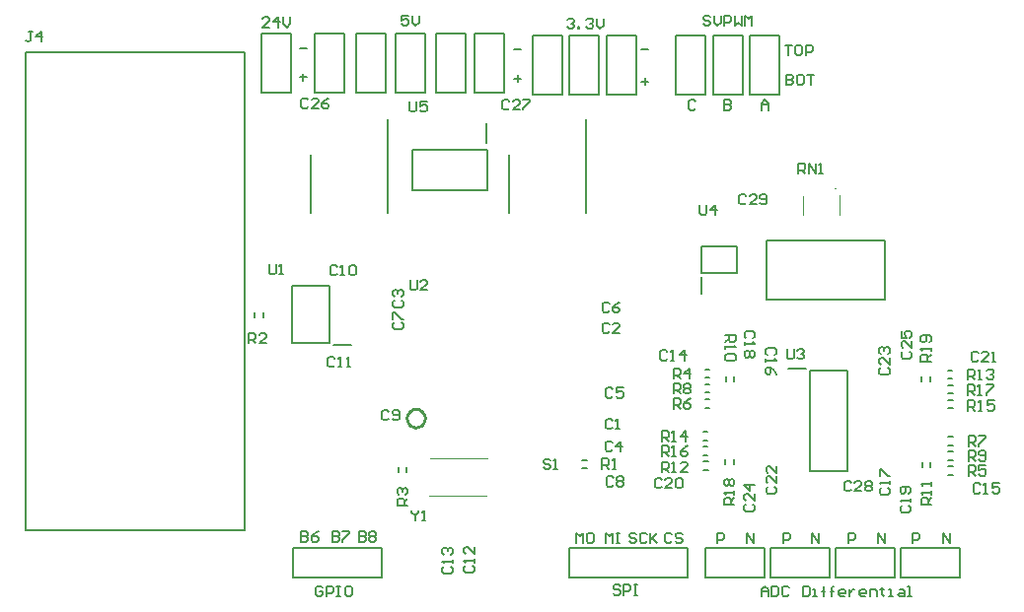
<source format=gto>
G04*
G04 #@! TF.GenerationSoftware,Altium Limited,Altium Designer,20.1.11 (218)*
G04*
G04 Layer_Color=65535*
%FSLAX25Y25*%
%MOIN*%
G70*
G04*
G04 #@! TF.SameCoordinates,2A16CBDB-C64F-4E12-ACEB-A9EF2D748E26*
G04*
G04*
G04 #@! TF.FilePolarity,Positive*
G04*
G01*
G75*
%ADD10C,0.01000*%
%ADD11C,0.00394*%
%ADD12C,0.00600*%
%ADD13C,0.00787*%
%ADD14C,0.00700*%
D10*
X237650Y157500D02*
X237495Y158473D01*
X237048Y159351D01*
X236351Y160048D01*
X235473Y160495D01*
X234500Y160650D01*
X233527Y160495D01*
X232649Y160048D01*
X231952Y159351D01*
X231505Y158473D01*
X231350Y157500D01*
X231505Y156527D01*
X231952Y155649D01*
X232649Y154952D01*
X233527Y154505D01*
X234500Y154350D01*
X235473Y154505D01*
X236351Y154952D01*
X237048Y155649D01*
X237495Y156527D01*
X237650Y157500D01*
D11*
X376421Y235209D02*
X376028D01*
X376421D01*
X239087Y131201D02*
X258378D01*
X239480Y143799D02*
X258772D01*
X377799Y226350D02*
Y232846D01*
X365201Y226153D02*
Y232650D01*
D12*
X102591Y119574D02*
X176791D01*
X102591D02*
Y281174D01*
X176791D01*
Y119574D02*
Y281174D01*
D13*
X258795Y234610D02*
Y248390D01*
X233205Y234610D02*
X258795D01*
X233205D02*
Y248390D01*
X258795D01*
X258303Y250457D02*
Y257347D01*
X331095Y199583D02*
Y205095D01*
Y206472D02*
X342905D01*
Y215528D01*
X331095D02*
X342905D01*
X331095Y206472D02*
Y215528D01*
X360319Y174158D02*
X366323D01*
X367701Y139472D02*
Y173528D01*
Y139472D02*
X380299D01*
Y173528D01*
X367701D02*
X380299D01*
X206677Y182343D02*
X212681D01*
X205299Y182854D02*
Y202146D01*
X192701D02*
X205299D01*
X192701Y182854D02*
Y202146D01*
Y182854D02*
X205299D01*
X408201Y169981D02*
Y171555D01*
X405445Y169981D02*
Y171555D01*
X339122Y142060D02*
Y143635D01*
X341878Y142060D02*
Y143635D01*
X414265Y165938D02*
X415840D01*
X414265Y168694D02*
X415840D01*
X331595Y147796D02*
X333169D01*
X331595Y145040D02*
X333169D01*
X414265Y160938D02*
X415840D01*
X414265Y163694D02*
X415840D01*
X331591Y152831D02*
X333166D01*
X331591Y150075D02*
X333166D01*
X414247Y170936D02*
X415822D01*
X414247Y173692D02*
X415822D01*
X331615Y142757D02*
X333190D01*
X331615Y140001D02*
X333190D01*
X405575Y140922D02*
Y142497D01*
X408331Y140922D02*
Y142497D01*
X342026Y170004D02*
Y171579D01*
X339270Y170004D02*
Y171579D01*
X414459Y143391D02*
X416034D01*
X414459Y146147D02*
X416034D01*
X332213Y168878D02*
X333787D01*
X332213Y166122D02*
X333787D01*
X414459Y148391D02*
X416034D01*
X414459Y151147D02*
X416034D01*
X332213Y163800D02*
X333787D01*
X332213Y161044D02*
X333787D01*
X414459Y138391D02*
X416034D01*
X414459Y141147D02*
X416034D01*
X332221Y173886D02*
X333796D01*
X332221Y171130D02*
X333796D01*
X228622Y139213D02*
Y140787D01*
X231378Y139213D02*
Y140787D01*
X182878Y191713D02*
Y193287D01*
X180122Y191713D02*
Y193287D01*
X290713Y140622D02*
X292287D01*
X290713Y143378D02*
X292287D01*
X254500Y267500D02*
Y287500D01*
Y267500D02*
X264500D01*
Y287500D01*
X254500D02*
X264500D01*
X241245Y267630D02*
Y287630D01*
Y267630D02*
X251245D01*
Y287630D01*
X241245D02*
X251245D01*
X299000Y267000D02*
Y287000D01*
Y267000D02*
X309000D01*
Y287000D01*
X299000D02*
X309000D01*
X227617Y267630D02*
Y287630D01*
Y267630D02*
X237617D01*
Y287630D01*
X227617D02*
X237617D01*
X286500Y267000D02*
Y287000D01*
Y267000D02*
X296500D01*
Y287000D01*
X286500D02*
X296500D01*
X214274Y267630D02*
Y287630D01*
Y267630D02*
X224273D01*
Y287630D01*
X214274D02*
X224273D01*
X182500Y267500D02*
Y287500D01*
Y267500D02*
X192500D01*
Y287500D01*
X182500D02*
X192500D01*
X274000Y267000D02*
Y287000D01*
Y267000D02*
X284000D01*
Y287000D01*
X274000D02*
X284000D01*
X200500Y267630D02*
Y287630D01*
Y267630D02*
X210500D01*
Y287630D01*
X200500D02*
X210500D01*
X322397Y267000D02*
Y287000D01*
Y267000D02*
X332397D01*
Y287000D01*
X322397D02*
X332397D01*
X334838Y267000D02*
Y287000D01*
Y267000D02*
X344838D01*
Y287000D01*
X334838D02*
X344838D01*
X347278Y267000D02*
Y287000D01*
Y267000D02*
X357278D01*
Y287000D01*
X347278D02*
X357278D01*
X193000Y103500D02*
Y113500D01*
X223000D01*
Y103500D02*
Y113500D01*
X193000Y103500D02*
X223000D01*
X398500Y113500D02*
X418500D01*
X398500Y103500D02*
Y113500D01*
Y103500D02*
X418500D01*
Y113500D01*
X326500Y103500D02*
Y113500D01*
X286500Y103500D02*
X326500D01*
X286500Y113500D02*
X326500D01*
X286500Y103500D02*
Y113500D01*
X376500D02*
X396500D01*
X376500Y103500D02*
Y113500D01*
Y103500D02*
X396500D01*
Y113500D01*
X354500D02*
X374500D01*
X354500Y103500D02*
Y113500D01*
Y103500D02*
X374500D01*
Y113500D01*
X332431D02*
X352431D01*
X332431Y103500D02*
Y113500D01*
Y103500D02*
X352431D01*
Y113500D01*
X393000Y197500D02*
Y217500D01*
X353000D02*
X393000D01*
X353000Y197500D02*
Y217500D01*
Y197500D02*
X393000D01*
X291992Y227008D02*
Y258504D01*
X266008Y227008D02*
Y246496D01*
X224992Y227008D02*
Y258504D01*
X199008Y227008D02*
Y246496D01*
D14*
X288700Y115200D02*
Y118699D01*
X289866Y117533D01*
X291033Y118699D01*
Y115200D01*
X293948Y118699D02*
X292782D01*
X292199Y118116D01*
Y115783D01*
X292782Y115200D01*
X293948D01*
X294531Y115783D01*
Y118116D01*
X293948Y118699D01*
X298700Y115200D02*
Y118699D01*
X299866Y117533D01*
X301033Y118699D01*
Y115200D01*
X302199Y118699D02*
X303365D01*
X302782D01*
Y115200D01*
X302199D01*
X303365D01*
X309033Y118116D02*
X308449Y118699D01*
X307283D01*
X306700Y118116D01*
Y117533D01*
X307283Y116949D01*
X308449D01*
X309033Y116366D01*
Y115783D01*
X308449Y115200D01*
X307283D01*
X306700Y115783D01*
X312531Y118116D02*
X311948Y118699D01*
X310782D01*
X310199Y118116D01*
Y115783D01*
X310782Y115200D01*
X311948D01*
X312531Y115783D01*
X313698Y118699D02*
Y115200D01*
Y116366D01*
X316030Y118699D01*
X314281Y116949D01*
X316030Y115200D01*
X321033Y118116D02*
X320449Y118699D01*
X319283D01*
X318700Y118116D01*
Y115783D01*
X319283Y115200D01*
X320449D01*
X321033Y115783D01*
X324531Y118116D02*
X323948Y118699D01*
X322782D01*
X322199Y118116D01*
Y117533D01*
X322782Y116949D01*
X323948D01*
X324531Y116366D01*
Y115783D01*
X323948Y115200D01*
X322782D01*
X322199Y115783D01*
X215200Y119199D02*
Y115700D01*
X216949D01*
X217533Y116283D01*
Y116866D01*
X216949Y117449D01*
X215200D01*
X216949D01*
X217533Y118033D01*
Y118616D01*
X216949Y119199D01*
X215200D01*
X218699Y118616D02*
X219282Y119199D01*
X220448D01*
X221031Y118616D01*
Y118033D01*
X220448Y117449D01*
X221031Y116866D01*
Y116283D01*
X220448Y115700D01*
X219282D01*
X218699Y116283D01*
Y116866D01*
X219282Y117449D01*
X218699Y118033D01*
Y118616D01*
X219282Y117449D02*
X220448D01*
X206200Y119199D02*
Y115700D01*
X207949D01*
X208533Y116283D01*
Y116866D01*
X207949Y117449D01*
X206200D01*
X207949D01*
X208533Y118033D01*
Y118616D01*
X207949Y119199D01*
X206200D01*
X209699D02*
X212031D01*
Y118616D01*
X209699Y116283D01*
Y115700D01*
X195700Y119199D02*
Y115700D01*
X197449D01*
X198033Y116283D01*
Y116866D01*
X197449Y117449D01*
X195700D01*
X197449D01*
X198033Y118033D01*
Y118616D01*
X197449Y119199D01*
X195700D01*
X201531D02*
X200365Y118616D01*
X199199Y117449D01*
Y116283D01*
X199782Y115700D01*
X200948D01*
X201531Y116283D01*
Y116866D01*
X200948Y117449D01*
X199199D01*
X334033Y293116D02*
X333449Y293699D01*
X332283D01*
X331700Y293116D01*
Y292533D01*
X332283Y291949D01*
X333449D01*
X334033Y291366D01*
Y290783D01*
X333449Y290200D01*
X332283D01*
X331700Y290783D01*
X335199Y293699D02*
Y291366D01*
X336365Y290200D01*
X337531Y291366D01*
Y293699D01*
X338698Y290200D02*
Y293699D01*
X340447D01*
X341030Y293116D01*
Y291949D01*
X340447Y291366D01*
X338698D01*
X342197Y293699D02*
Y290200D01*
X343363Y291366D01*
X344529Y290200D01*
Y293699D01*
X345695Y290200D02*
Y293699D01*
X346862Y292533D01*
X348028Y293699D01*
Y290200D01*
X329033Y264616D02*
X328449Y265199D01*
X327283D01*
X326700Y264616D01*
Y262283D01*
X327283Y261700D01*
X328449D01*
X329033Y262283D01*
X338700Y265199D02*
Y261700D01*
X340449D01*
X341033Y262283D01*
Y262866D01*
X340449Y263449D01*
X338700D01*
X340449D01*
X341033Y264033D01*
Y264616D01*
X340449Y265199D01*
X338700D01*
X351200Y261700D02*
Y264033D01*
X352366Y265199D01*
X353533Y264033D01*
Y261700D01*
Y263449D01*
X351200D01*
X359700Y273699D02*
Y270200D01*
X361449D01*
X362033Y270783D01*
Y271366D01*
X361449Y271949D01*
X359700D01*
X361449D01*
X362033Y272533D01*
Y273116D01*
X361449Y273699D01*
X359700D01*
X364948D02*
X363782D01*
X363199Y273116D01*
Y270783D01*
X363782Y270200D01*
X364948D01*
X365531Y270783D01*
Y273116D01*
X364948Y273699D01*
X366698D02*
X369030D01*
X367864D01*
Y270200D01*
X359200Y283699D02*
X361533D01*
X360366D01*
Y280200D01*
X364448Y283699D02*
X363282D01*
X362699Y283116D01*
Y280783D01*
X363282Y280200D01*
X364448D01*
X365031Y280783D01*
Y283116D01*
X364448Y283699D01*
X366198Y280200D02*
Y283699D01*
X367947D01*
X368530Y283116D01*
Y281949D01*
X367947Y281366D01*
X366198D01*
X285700Y292116D02*
X286283Y292699D01*
X287449D01*
X288033Y292116D01*
Y291533D01*
X287449Y290949D01*
X286866D01*
X287449D01*
X288033Y290366D01*
Y289783D01*
X287449Y289200D01*
X286283D01*
X285700Y289783D01*
X289199Y289200D02*
Y289783D01*
X289782D01*
Y289200D01*
X289199D01*
X292115Y292116D02*
X292698Y292699D01*
X293864D01*
X294447Y292116D01*
Y291533D01*
X293864Y290949D01*
X293281D01*
X293864D01*
X294447Y290366D01*
Y289783D01*
X293864Y289200D01*
X292698D01*
X292115Y289783D01*
X295614Y292699D02*
Y290366D01*
X296780Y289200D01*
X297946Y290366D01*
Y292699D01*
X232033Y293699D02*
X229700D01*
Y291949D01*
X230866Y292533D01*
X231449D01*
X232033Y291949D01*
Y290783D01*
X231449Y290200D01*
X230283D01*
X229700Y290783D01*
X233199Y293699D02*
Y291366D01*
X234365Y290200D01*
X235531Y291366D01*
Y293699D01*
X185033Y289700D02*
X182700D01*
X185033Y292033D01*
Y292616D01*
X184449Y293199D01*
X183283D01*
X182700Y292616D01*
X187948Y289700D02*
Y293199D01*
X186199Y291449D01*
X188531D01*
X189698Y293199D02*
Y290866D01*
X190864Y289700D01*
X192030Y290866D01*
Y293199D01*
X195200Y272866D02*
X197533D01*
X196366Y274033D02*
Y271700D01*
X267700Y272366D02*
X270033D01*
X268866Y273533D02*
Y271200D01*
X310700Y271366D02*
X313033D01*
X311866Y272533D02*
Y270200D01*
X195200Y282700D02*
X197533D01*
X267700Y282200D02*
X270033D01*
X310700D02*
X313033D01*
X303533Y100616D02*
X302949Y101199D01*
X301783D01*
X301200Y100616D01*
Y100033D01*
X301783Y99449D01*
X302949D01*
X303533Y98866D01*
Y98283D01*
X302949Y97700D01*
X301783D01*
X301200Y98283D01*
X304699Y97700D02*
Y101199D01*
X306448D01*
X307031Y100616D01*
Y99449D01*
X306448Y98866D01*
X304699D01*
X308198Y101199D02*
X309364D01*
X308781D01*
Y97700D01*
X308198D01*
X309364D01*
X346200Y115200D02*
Y118699D01*
X348533Y115200D01*
Y118699D01*
X368200Y115200D02*
Y118699D01*
X370533Y115200D01*
Y118699D01*
X390700Y115200D02*
Y118699D01*
X393033Y115200D01*
Y118699D01*
X412700Y115200D02*
Y118699D01*
X415033Y115200D01*
Y118699D01*
X402200Y115200D02*
Y118699D01*
X403949D01*
X404533Y118116D01*
Y116949D01*
X403949Y116366D01*
X402200D01*
X380700Y115200D02*
Y118699D01*
X382449D01*
X383033Y118116D01*
Y116949D01*
X382449Y116366D01*
X380700D01*
X358700Y115200D02*
Y118699D01*
X360449D01*
X361033Y118116D01*
Y116949D01*
X360449Y116366D01*
X358700D01*
X336200Y115200D02*
Y118699D01*
X337949D01*
X338533Y118116D01*
Y116949D01*
X337949Y116366D01*
X336200D01*
X351200Y97200D02*
Y99533D01*
X352366Y100699D01*
X353533Y99533D01*
Y97200D01*
Y98949D01*
X351200D01*
X354699Y100699D02*
Y97200D01*
X356448D01*
X357031Y97783D01*
Y100116D01*
X356448Y100699D01*
X354699D01*
X360530Y100116D02*
X359947Y100699D01*
X358781D01*
X358198Y100116D01*
Y97783D01*
X358781Y97200D01*
X359947D01*
X360530Y97783D01*
X365195Y100699D02*
Y97200D01*
X366945D01*
X367528Y97783D01*
Y100116D01*
X366945Y100699D01*
X365195D01*
X368694Y97200D02*
X369861D01*
X369278D01*
Y99533D01*
X368694D01*
X372193Y97200D02*
Y100116D01*
Y98949D01*
X371610D01*
X372776D01*
X372193D01*
Y100116D01*
X372776Y100699D01*
X375109Y97200D02*
Y100116D01*
Y98949D01*
X374526D01*
X375692D01*
X375109D01*
Y100116D01*
X375692Y100699D01*
X379191Y97200D02*
X378025D01*
X377442Y97783D01*
Y98949D01*
X378025Y99533D01*
X379191D01*
X379774Y98949D01*
Y98366D01*
X377442D01*
X380940Y99533D02*
Y97200D01*
Y98366D01*
X381523Y98949D01*
X382107Y99533D01*
X382690D01*
X386189Y97200D02*
X385022D01*
X384439Y97783D01*
Y98949D01*
X385022Y99533D01*
X386189D01*
X386772Y98949D01*
Y98366D01*
X384439D01*
X387938Y97200D02*
Y99533D01*
X389688D01*
X390271Y98949D01*
Y97200D01*
X392020Y100116D02*
Y99533D01*
X391437D01*
X392603D01*
X392020D01*
Y97783D01*
X392603Y97200D01*
X394353D02*
X395519D01*
X394936D01*
Y99533D01*
X394353D01*
X397852D02*
X399018D01*
X399601Y98949D01*
Y97200D01*
X397852D01*
X397268Y97783D01*
X397852Y98366D01*
X399601D01*
X400767Y97200D02*
X401934D01*
X401350D01*
Y100699D01*
X400767D01*
X203033Y100116D02*
X202449Y100699D01*
X201283D01*
X200700Y100116D01*
Y97783D01*
X201283Y97200D01*
X202449D01*
X203033Y97783D01*
Y98949D01*
X201866D01*
X204199Y97200D02*
Y100699D01*
X205948D01*
X206531Y100116D01*
Y98949D01*
X205948Y98366D01*
X204199D01*
X207698Y100699D02*
X208864D01*
X208281D01*
Y97200D01*
X207698D01*
X208864D01*
X212363Y100699D02*
X211197D01*
X210613Y100116D01*
Y97783D01*
X211197Y97200D01*
X212363D01*
X212946Y97783D01*
Y100116D01*
X212363Y100699D01*
X233167Y126249D02*
Y125666D01*
X234334Y124500D01*
X235500Y125666D01*
Y126249D01*
X234334Y124500D02*
Y122751D01*
X236666D02*
X237833D01*
X237249D01*
Y126249D01*
X236666Y125666D01*
X317626Y139251D02*
Y142749D01*
X319376D01*
X319959Y142166D01*
Y141000D01*
X319376Y140417D01*
X317626D01*
X318793D02*
X319959Y139251D01*
X321125D02*
X322292D01*
X321708D01*
Y142749D01*
X321125Y142166D01*
X326374Y139251D02*
X324041D01*
X326374Y141583D01*
Y142166D01*
X325790Y142749D01*
X324624D01*
X324041Y142166D01*
X408749Y128210D02*
X405251D01*
Y129959D01*
X405834Y130542D01*
X407000D01*
X407583Y129959D01*
Y128210D01*
Y129376D02*
X408749Y130542D01*
Y131708D02*
Y132875D01*
Y132292D01*
X405251D01*
X405834Y131708D01*
X408749Y134624D02*
Y135791D01*
Y135207D01*
X405251D01*
X405834Y134624D01*
X399098Y180056D02*
X398515Y179473D01*
Y178307D01*
X399098Y177724D01*
X401430D01*
X402013Y178307D01*
Y179473D01*
X401430Y180056D01*
X402013Y183555D02*
Y181223D01*
X399681Y183555D01*
X399098D01*
X398515Y182972D01*
Y181806D01*
X399098Y181223D01*
X398515Y187054D02*
Y184722D01*
X400264D01*
X399681Y185888D01*
Y186471D01*
X400264Y187054D01*
X401430D01*
X402013Y186471D01*
Y185305D01*
X401430Y184722D01*
X346054Y128357D02*
X345470Y127774D01*
Y126607D01*
X346054Y126024D01*
X348386D01*
X348969Y126607D01*
Y127774D01*
X348386Y128357D01*
X348969Y131856D02*
Y129523D01*
X346637Y131856D01*
X346054D01*
X345470Y131272D01*
Y130106D01*
X346054Y129523D01*
X348969Y134771D02*
X345470D01*
X347220Y133022D01*
Y135354D01*
X391657Y174435D02*
X391074Y173852D01*
Y172686D01*
X391657Y172103D01*
X393990D01*
X394573Y172686D01*
Y173852D01*
X393990Y174435D01*
X394573Y177934D02*
Y175602D01*
X392240Y177934D01*
X391657D01*
X391074Y177351D01*
Y176185D01*
X391657Y175602D01*
Y179101D02*
X391074Y179684D01*
Y180850D01*
X391657Y181433D01*
X392240D01*
X392824Y180850D01*
Y180267D01*
Y180850D01*
X393407Y181433D01*
X393990D01*
X394573Y180850D01*
Y179684D01*
X393990Y179101D01*
X353477Y134283D02*
X352894Y133700D01*
Y132533D01*
X353477Y131950D01*
X355810D01*
X356393Y132533D01*
Y133700D01*
X355810Y134283D01*
X356393Y137782D02*
Y135449D01*
X354060Y137782D01*
X353477D01*
X352894Y137198D01*
Y136032D01*
X353477Y135449D01*
X356393Y141280D02*
Y138948D01*
X354060Y141280D01*
X353477D01*
X352894Y140697D01*
Y139531D01*
X353477Y138948D01*
X317667Y136666D02*
X317084Y137249D01*
X315918D01*
X315335Y136666D01*
Y134334D01*
X315918Y133751D01*
X317084D01*
X317667Y134334D01*
X321166Y133751D02*
X318834D01*
X321166Y136083D01*
Y136666D01*
X320583Y137249D01*
X319417D01*
X318834Y136666D01*
X322333D02*
X322916Y137249D01*
X324082D01*
X324665Y136666D01*
Y134334D01*
X324082Y133751D01*
X322916D01*
X322333Y134334D01*
Y136666D01*
X299917Y189166D02*
X299334Y189749D01*
X298167D01*
X297584Y189166D01*
Y186834D01*
X298167Y186251D01*
X299334D01*
X299917Y186834D01*
X303416Y186251D02*
X301083D01*
X303416Y188583D01*
Y189166D01*
X302833Y189749D01*
X301666D01*
X301083Y189166D01*
X104931Y288271D02*
X103764D01*
X104348D01*
Y285355D01*
X103764Y284772D01*
X103181D01*
X102598Y285355D01*
X107846Y284772D02*
Y288271D01*
X106097Y286522D01*
X108430D01*
X280000Y143166D02*
X279417Y143749D01*
X278251D01*
X277667Y143166D01*
Y142583D01*
X278251Y142000D01*
X279417D01*
X280000Y141417D01*
Y140834D01*
X279417Y140251D01*
X278251D01*
X277667Y140834D01*
X281166Y140251D02*
X282333D01*
X281749D01*
Y143749D01*
X281166Y143166D01*
X232584Y204249D02*
Y201334D01*
X233167Y200751D01*
X234334D01*
X234917Y201334D01*
Y204249D01*
X238416Y200751D02*
X236083D01*
X238416Y203083D01*
Y203666D01*
X237833Y204249D01*
X236666D01*
X236083Y203666D01*
X363775Y240247D02*
Y243745D01*
X365524D01*
X366107Y243162D01*
Y241996D01*
X365524Y241413D01*
X363775D01*
X364941D02*
X366107Y240247D01*
X367274D02*
Y243745D01*
X369606Y240247D01*
Y243745D01*
X370773Y240247D02*
X371939D01*
X371356D01*
Y243745D01*
X370773Y243162D01*
X297485Y140254D02*
Y143753D01*
X299235D01*
X299818Y143170D01*
Y142003D01*
X299235Y141420D01*
X297485D01*
X298652D02*
X299818Y140254D01*
X300984D02*
X302151D01*
X301568D01*
Y143753D01*
X300984Y143170D01*
X266167Y264666D02*
X265584Y265249D01*
X264418D01*
X263835Y264666D01*
Y262334D01*
X264418Y261751D01*
X265584D01*
X266167Y262334D01*
X269666Y261751D02*
X267334D01*
X269666Y264083D01*
Y264666D01*
X269083Y265249D01*
X267917D01*
X267334Y264666D01*
X270833Y265249D02*
X273165D01*
Y264666D01*
X270833Y262334D01*
Y261751D01*
X198167Y265166D02*
X197584Y265749D01*
X196418D01*
X195835Y265166D01*
Y262834D01*
X196418Y262251D01*
X197584D01*
X198167Y262834D01*
X201666Y262251D02*
X199334D01*
X201666Y264583D01*
Y265166D01*
X201083Y265749D01*
X199917D01*
X199334Y265166D01*
X205165Y265749D02*
X203999Y265166D01*
X202833Y264000D01*
Y262834D01*
X203416Y262251D01*
X204582D01*
X205165Y262834D01*
Y263417D01*
X204582Y264000D01*
X202833D01*
X227334Y189917D02*
X226751Y189334D01*
Y188167D01*
X227334Y187584D01*
X229666D01*
X230249Y188167D01*
Y189334D01*
X229666Y189917D01*
X226751Y191083D02*
Y193416D01*
X227334D01*
X229666Y191083D01*
X230249D01*
X225417Y159713D02*
X224834Y160297D01*
X223667D01*
X223084Y159713D01*
Y157381D01*
X223667Y156798D01*
X224834D01*
X225417Y157381D01*
X226583D02*
X227166Y156798D01*
X228333D01*
X228916Y157381D01*
Y159713D01*
X228333Y160297D01*
X227166D01*
X226583Y159713D01*
Y159130D01*
X227166Y158547D01*
X228916D01*
X301207Y137268D02*
X300624Y137851D01*
X299458D01*
X298875Y137268D01*
Y134935D01*
X299458Y134352D01*
X300624D01*
X301207Y134935D01*
X302374Y137268D02*
X302957Y137851D01*
X304123D01*
X304706Y137268D01*
Y136685D01*
X304123Y136102D01*
X304706Y135519D01*
Y134935D01*
X304123Y134352D01*
X302957D01*
X302374Y134935D01*
Y135519D01*
X302957Y136102D01*
X302374Y136685D01*
Y137268D01*
X302957Y136102D02*
X304123D01*
X251334Y107506D02*
X250751Y106923D01*
Y105757D01*
X251334Y105174D01*
X253666D01*
X254249Y105757D01*
Y106923D01*
X253666Y107506D01*
X254249Y108672D02*
Y109839D01*
Y109256D01*
X250751D01*
X251334Y108672D01*
X254249Y113921D02*
Y111588D01*
X251917Y113921D01*
X251334D01*
X250751Y113338D01*
Y112171D01*
X251334Y111588D01*
X244080Y107331D02*
X243497Y106748D01*
Y105582D01*
X244080Y104999D01*
X246413D01*
X246996Y105582D01*
Y106748D01*
X246413Y107331D01*
X246996Y108498D02*
Y109664D01*
Y109081D01*
X243497D01*
X244080Y108498D01*
Y111413D02*
X243497Y111996D01*
Y113163D01*
X244080Y113746D01*
X244663D01*
X245247Y113163D01*
Y112580D01*
Y113163D01*
X245830Y113746D01*
X246413D01*
X246996Y113163D01*
Y111996D01*
X246413Y111413D01*
X300870Y149166D02*
X300287Y149749D01*
X299120D01*
X298537Y149166D01*
Y146834D01*
X299120Y146251D01*
X300287D01*
X300870Y146834D01*
X303785Y146251D02*
Y149749D01*
X302036Y148000D01*
X304368D01*
X301000Y156666D02*
X300417Y157249D01*
X299251D01*
X298667Y156666D01*
Y154334D01*
X299251Y153751D01*
X300417D01*
X301000Y154334D01*
X302166Y153751D02*
X303333D01*
X302749D01*
Y157249D01*
X302166Y156666D01*
X227334Y197417D02*
X226751Y196834D01*
Y195667D01*
X227334Y195084D01*
X229666D01*
X230249Y195667D01*
Y196834D01*
X229666Y197417D01*
X227334Y198583D02*
X226751Y199166D01*
Y200333D01*
X227334Y200916D01*
X227917D01*
X228500Y200333D01*
Y199749D01*
Y200333D01*
X229083Y200916D01*
X229666D01*
X230249Y200333D01*
Y199166D01*
X229666Y198583D01*
X299917Y196166D02*
X299334Y196749D01*
X298167D01*
X297584Y196166D01*
Y193834D01*
X298167Y193251D01*
X299334D01*
X299917Y193834D01*
X303416Y196749D02*
X302249Y196166D01*
X301083Y195000D01*
Y193834D01*
X301666Y193251D01*
X302833D01*
X303416Y193834D01*
Y194417D01*
X302833Y195000D01*
X301083D01*
X301011Y167259D02*
X300428Y167842D01*
X299262D01*
X298679Y167259D01*
Y164926D01*
X299262Y164343D01*
X300428D01*
X301011Y164926D01*
X304510Y167842D02*
X302178D01*
Y166092D01*
X303344Y166676D01*
X303927D01*
X304510Y166092D01*
Y164926D01*
X303927Y164343D01*
X302761D01*
X302178Y164926D01*
X231749Y128084D02*
X228251D01*
Y129834D01*
X228834Y130417D01*
X230000D01*
X230583Y129834D01*
Y128084D01*
Y129251D02*
X231749Y130417D01*
X228834Y131583D02*
X228251Y132166D01*
Y133333D01*
X228834Y133916D01*
X229417D01*
X230000Y133333D01*
Y132749D01*
Y133333D01*
X230583Y133916D01*
X231166D01*
X231749Y133333D01*
Y132166D01*
X231166Y131583D01*
X178084Y182751D02*
Y186249D01*
X179834D01*
X180417Y185666D01*
Y184500D01*
X179834Y183917D01*
X178084D01*
X179251D02*
X180417Y182751D01*
X183916D02*
X181583D01*
X183916Y185083D01*
Y185666D01*
X183333Y186249D01*
X182166D01*
X181583Y185666D01*
X207137Y177666D02*
X206554Y178249D01*
X205387D01*
X204804Y177666D01*
Y175334D01*
X205387Y174751D01*
X206554D01*
X207137Y175334D01*
X208303Y174751D02*
X209469D01*
X208886D01*
Y178249D01*
X208303Y177666D01*
X211219Y174751D02*
X212385D01*
X211802D01*
Y178249D01*
X211219Y177666D01*
X207912Y208666D02*
X207329Y209249D01*
X206162D01*
X205579Y208666D01*
Y206334D01*
X206162Y205751D01*
X207329D01*
X207912Y206334D01*
X209078Y205751D02*
X210244D01*
X209661D01*
Y209249D01*
X209078Y208666D01*
X211994D02*
X212577Y209249D01*
X213743D01*
X214326Y208666D01*
Y206334D01*
X213743Y205751D01*
X212577D01*
X211994Y206334D01*
Y208666D01*
X381667Y135666D02*
X381084Y136249D01*
X379918D01*
X379335Y135666D01*
Y133334D01*
X379918Y132751D01*
X381084D01*
X381667Y133334D01*
X385166Y132751D02*
X382834D01*
X385166Y135083D01*
Y135666D01*
X384583Y136249D01*
X383417D01*
X382834Y135666D01*
X386333D02*
X386916Y136249D01*
X388082D01*
X388665Y135666D01*
Y135083D01*
X388082Y134500D01*
X388665Y133917D01*
Y133334D01*
X388082Y132751D01*
X386916D01*
X386333Y133334D01*
Y133917D01*
X386916Y134500D01*
X386333Y135083D01*
Y135666D01*
X386916Y134500D02*
X388082D01*
X346167Y232666D02*
X345584Y233249D01*
X344418D01*
X343835Y232666D01*
Y230334D01*
X344418Y229751D01*
X345584D01*
X346167Y230334D01*
X349666Y229751D02*
X347334D01*
X349666Y232083D01*
Y232666D01*
X349083Y233249D01*
X347917D01*
X347334Y232666D01*
X350833Y230334D02*
X351416Y229751D01*
X352582D01*
X353165Y230334D01*
Y232666D01*
X352582Y233249D01*
X351416D01*
X350833Y232666D01*
Y232083D01*
X351416Y231500D01*
X353165D01*
X317626Y149598D02*
Y153097D01*
X319376D01*
X319959Y152514D01*
Y151347D01*
X319376Y150764D01*
X317626D01*
X318793D02*
X319959Y149598D01*
X321125D02*
X322292D01*
X321708D01*
Y153097D01*
X321125Y152514D01*
X325790Y149598D02*
Y153097D01*
X324041Y151347D01*
X326374D01*
X342127Y128172D02*
X338629D01*
Y129921D01*
X339212Y130504D01*
X340378D01*
X340961Y129921D01*
Y128172D01*
Y129338D02*
X342127Y130504D01*
Y131670D02*
Y132837D01*
Y132254D01*
X338629D01*
X339212Y131670D01*
Y134586D02*
X338629Y135169D01*
Y136336D01*
X339212Y136919D01*
X339795D01*
X340378Y136336D01*
X340961Y136919D01*
X341544D01*
X342127Y136336D01*
Y135169D01*
X341544Y134586D01*
X340961D01*
X340378Y135169D01*
X339795Y134586D01*
X339212D01*
X340378Y135169D02*
Y136336D01*
X355666Y178809D02*
X356249Y179392D01*
Y180559D01*
X355666Y181142D01*
X353334D01*
X352751Y180559D01*
Y179392D01*
X353334Y178809D01*
X352751Y177643D02*
Y176477D01*
Y177060D01*
X356249D01*
X355666Y177643D01*
X356249Y172395D02*
X355666Y173561D01*
X354500Y174727D01*
X353334D01*
X352751Y174144D01*
Y172978D01*
X353334Y172395D01*
X353917D01*
X354500Y172978D01*
Y174727D01*
X321593Y170758D02*
Y174257D01*
X323342D01*
X323926Y173674D01*
Y172508D01*
X323342Y171925D01*
X321593D01*
X322759D02*
X323926Y170758D01*
X326841D02*
Y174257D01*
X325092Y172508D01*
X327425D01*
X321584Y160672D02*
Y164171D01*
X323334D01*
X323917Y163588D01*
Y162422D01*
X323334Y161838D01*
X321584D01*
X322751D02*
X323917Y160672D01*
X327416Y164171D02*
X326249Y163588D01*
X325083Y162422D01*
Y161255D01*
X325666Y160672D01*
X326833D01*
X327416Y161255D01*
Y161838D01*
X326833Y162422D01*
X325083D01*
X319500Y179922D02*
X318917Y180506D01*
X317751D01*
X317167Y179922D01*
Y177590D01*
X317751Y177007D01*
X318917D01*
X319500Y177590D01*
X320666Y177007D02*
X321833D01*
X321250D01*
Y180506D01*
X320666Y179922D01*
X325331Y177007D02*
Y180506D01*
X323582Y178756D01*
X325915D01*
X348498Y184440D02*
X349081Y185023D01*
Y186189D01*
X348498Y186772D01*
X346165D01*
X345582Y186189D01*
Y185023D01*
X346165Y184440D01*
X345582Y183273D02*
Y182107D01*
Y182690D01*
X349081D01*
X348498Y183273D01*
Y180358D02*
X349081Y179774D01*
Y178608D01*
X348498Y178025D01*
X347915D01*
X347331Y178608D01*
X346748Y178025D01*
X346165D01*
X345582Y178608D01*
Y179774D01*
X346165Y180358D01*
X346748D01*
X347331Y179774D01*
X347915Y180358D01*
X348498D01*
X347331Y179774D02*
Y178608D01*
X321584Y165751D02*
Y169249D01*
X323334D01*
X323917Y168666D01*
Y167500D01*
X323334Y166917D01*
X321584D01*
X322751D02*
X323917Y165751D01*
X325083Y168666D02*
X325666Y169249D01*
X326833D01*
X327416Y168666D01*
Y168083D01*
X326833Y167500D01*
X327416Y166917D01*
Y166334D01*
X326833Y165751D01*
X325666D01*
X325083Y166334D01*
Y166917D01*
X325666Y167500D01*
X325083Y168083D01*
Y168666D01*
X325666Y167500D02*
X326833D01*
X339037Y185562D02*
X342536D01*
Y183813D01*
X341952Y183230D01*
X340786D01*
X340203Y183813D01*
Y185562D01*
Y184396D02*
X339037Y183230D01*
Y182063D02*
Y180897D01*
Y181480D01*
X342536D01*
X341952Y182063D01*
Y179148D02*
X342536Y178565D01*
Y177398D01*
X341952Y176815D01*
X339620D01*
X339037Y177398D01*
Y178565D01*
X339620Y179148D01*
X341952D01*
X317626Y144598D02*
Y148097D01*
X319376D01*
X319959Y147513D01*
Y146347D01*
X319376Y145764D01*
X317626D01*
X318793D02*
X319959Y144598D01*
X321125D02*
X322292D01*
X321708D01*
Y148097D01*
X321125Y147513D01*
X326374Y148097D02*
X325207Y147513D01*
X324041Y146347D01*
Y145181D01*
X324624Y144598D01*
X325790D01*
X326374Y145181D01*
Y145764D01*
X325790Y146347D01*
X324041D01*
X391834Y133959D02*
X391251Y133376D01*
Y132210D01*
X391834Y131626D01*
X394166D01*
X394749Y132210D01*
Y133376D01*
X394166Y133959D01*
X394749Y135125D02*
Y136292D01*
Y135708D01*
X391251D01*
X391834Y135125D01*
X391251Y138041D02*
Y140374D01*
X391834D01*
X394166Y138041D01*
X394749D01*
X398834Y127959D02*
X398251Y127376D01*
Y126210D01*
X398834Y125626D01*
X401166D01*
X401749Y126210D01*
Y127376D01*
X401166Y127959D01*
X401749Y129125D02*
Y130292D01*
Y129708D01*
X398251D01*
X398834Y129125D01*
X401166Y132041D02*
X401749Y132624D01*
Y133790D01*
X401166Y134374D01*
X398834D01*
X398251Y133790D01*
Y132624D01*
X398834Y132041D01*
X399417D01*
X400000Y132624D01*
Y134374D01*
X425205Y134935D02*
X424622Y135518D01*
X423456D01*
X422873Y134935D01*
Y132602D01*
X423456Y132019D01*
X424622D01*
X425205Y132602D01*
X426372Y132019D02*
X427538D01*
X426955D01*
Y135518D01*
X426372Y134935D01*
X431620Y135518D02*
X429287D01*
Y133769D01*
X430454Y134352D01*
X431037D01*
X431620Y133769D01*
Y132602D01*
X431037Y132019D01*
X429871D01*
X429287Y132602D01*
X421331Y148019D02*
Y151518D01*
X423080D01*
X423663Y150935D01*
Y149769D01*
X423080Y149186D01*
X421331D01*
X422497D02*
X423663Y148019D01*
X424829Y151518D02*
X427162D01*
Y150935D01*
X424829Y148602D01*
Y148019D01*
X421331Y143019D02*
Y146518D01*
X423080D01*
X423663Y145935D01*
Y144769D01*
X423080Y144185D01*
X421331D01*
X422497D02*
X423663Y143019D01*
X424829Y143602D02*
X425413Y143019D01*
X426579D01*
X427162Y143602D01*
Y145935D01*
X426579Y146518D01*
X425413D01*
X424829Y145935D01*
Y145352D01*
X425413Y144769D01*
X427162D01*
X421331Y138019D02*
Y141518D01*
X423080D01*
X423663Y140935D01*
Y139769D01*
X423080Y139186D01*
X421331D01*
X422497D02*
X423663Y138019D01*
X427162Y141518D02*
X424829D01*
Y139769D01*
X425996Y140352D01*
X426579D01*
X427162Y139769D01*
Y138602D01*
X426579Y138019D01*
X425413D01*
X424829Y138602D01*
X408588Y176720D02*
X405090D01*
Y178469D01*
X405673Y179052D01*
X406839D01*
X407422Y178469D01*
Y176720D01*
Y177886D02*
X408588Y179052D01*
Y180219D02*
Y181385D01*
Y180802D01*
X405090D01*
X405673Y180219D01*
X408005Y183134D02*
X408588Y183718D01*
Y184884D01*
X408005Y185467D01*
X405673D01*
X405090Y184884D01*
Y183718D01*
X405673Y183134D01*
X406256D01*
X406839Y183718D01*
Y185467D01*
X424574Y179434D02*
X423991Y180018D01*
X422825D01*
X422241Y179434D01*
Y177102D01*
X422825Y176519D01*
X423991D01*
X424574Y177102D01*
X428073Y176519D02*
X425740D01*
X428073Y178851D01*
Y179434D01*
X427490Y180018D01*
X426324D01*
X425740Y179434D01*
X429239Y176519D02*
X430406D01*
X429822D01*
Y180018D01*
X429239Y179434D01*
X421071Y170574D02*
Y174073D01*
X422820D01*
X423403Y173490D01*
Y172323D01*
X422820Y171740D01*
X421071D01*
X422237D02*
X423403Y170574D01*
X424570D02*
X425736D01*
X425153D01*
Y174073D01*
X424570Y173490D01*
X427485D02*
X428068Y174073D01*
X429235D01*
X429818Y173490D01*
Y172906D01*
X429235Y172323D01*
X428652D01*
X429235D01*
X429818Y171740D01*
Y171157D01*
X429235Y170574D01*
X428068D01*
X427485Y171157D01*
X421132Y160066D02*
Y163565D01*
X422881D01*
X423464Y162982D01*
Y161816D01*
X422881Y161232D01*
X421132D01*
X422298D02*
X423464Y160066D01*
X424630D02*
X425797D01*
X425213D01*
Y163565D01*
X424630Y162982D01*
X429879Y163565D02*
X427546D01*
Y161816D01*
X428712Y162399D01*
X429295D01*
X429879Y161816D01*
Y160649D01*
X429295Y160066D01*
X428129D01*
X427546Y160649D01*
X420860Y165268D02*
Y168766D01*
X422610D01*
X423193Y168183D01*
Y167017D01*
X422610Y166434D01*
X420860D01*
X422026D02*
X423193Y165268D01*
X424359D02*
X425525D01*
X424942D01*
Y168766D01*
X424359Y168183D01*
X427275Y168766D02*
X429607D01*
Y168183D01*
X427275Y165851D01*
Y165268D01*
X232400Y264599D02*
Y261683D01*
X232983Y261100D01*
X234149D01*
X234733Y261683D01*
Y264599D01*
X238231D02*
X235899D01*
Y262849D01*
X237065Y263433D01*
X237648D01*
X238231Y262849D01*
Y261683D01*
X237648Y261100D01*
X236482D01*
X235899Y261683D01*
X330500Y229699D02*
Y226783D01*
X331083Y226200D01*
X332249D01*
X332833Y226783D01*
Y229699D01*
X335748Y226200D02*
Y229699D01*
X333999Y227949D01*
X336331D01*
X184900Y209599D02*
Y206683D01*
X185483Y206100D01*
X186649D01*
X187233Y206683D01*
Y209599D01*
X188399Y206100D02*
X189565D01*
X188982D01*
Y209599D01*
X188399Y209016D01*
X359900Y180999D02*
Y178083D01*
X360483Y177500D01*
X361649D01*
X362233Y178083D01*
Y180999D01*
X363399Y180416D02*
X363982Y180999D01*
X365148D01*
X365731Y180416D01*
Y179833D01*
X365148Y179249D01*
X364565D01*
X365148D01*
X365731Y178666D01*
Y178083D01*
X365148Y177500D01*
X363982D01*
X363399Y178083D01*
M02*

</source>
